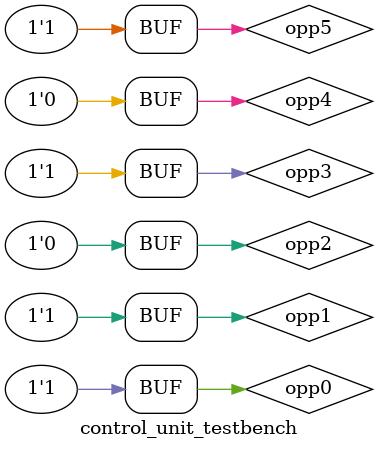
<source format=v>
module control_unit_testbench();

reg opp5,opp4,opp3,opp2,opp1,opp0;

wire RegWrite,Mux_extend,MemWrite;
wire [1:0]Type;

control_unit unit(opp5,opp4,opp3,opp2,opp1,opp0,RegWrite,Mux_extend,MemWrite,Type);


initial begin
opp5 = 1'b1; opp4 = 1'b0; opp3 = 1'b0; opp2 = 1'b0; opp1 = 1'b0; opp0 = 1'b0; // Load Byte Oppcode 100000

#20
opp5 = 1'b1; opp4 = 1'b0; opp3 = 1'b0; opp2 = 1'b1; opp1 = 1'b0; opp0 = 1'b0; // Load Byte Unsigned Oppcode 100100

#20
opp5 = 1'b1; opp4 = 1'b0; opp3 = 1'b0; opp2 = 1'b0; opp1 = 1'b0; opp0 = 1'b1; // Load Halfword Oppcode 100001

#20
opp5 = 1'b1; opp4 = 1'b0; opp3 = 1'b0; opp2 = 1'b1; opp1 = 1'b0; opp0 = 1'b1; // Load Halfword Unsigned Oppcode 100101

#20
opp5 = 1'b0; opp4 = 1'b0; opp3 = 1'b1; opp2 = 1'b1; opp1 = 1'b1; opp0 = 1'b1; // Load Upper Immediate Oppcode 001111

#20
opp5 = 1'b1; opp4 = 1'b0; opp3 = 1'b0; opp2 = 1'b0; opp1 = 1'b1; opp0 = 1'b1; // Load Word Oppcode 100011

#20
opp5 = 1'b1; opp4 = 1'b0; opp3 = 1'b1; opp2 = 1'b0; opp1 = 1'b0; opp0 = 1'b0; // Store Byte Oppcode 101000

#20
opp5 = 1'b1; opp4 = 1'b0; opp3 = 1'b1; opp2 = 1'b0; opp1 = 1'b0; opp0 = 1'b1; // Store Halfword Oppcode 101001

#20
opp5 = 1'b1; opp4 = 1'b0; opp3 = 1'b1; opp2 = 1'b0; opp1 = 1'b1; opp0 = 1'b1; // Store Word Oppcode 101011




end
 
 
initial
begin
$monitor("time = %2d, opp5=%1b,opp4=%1b,opp3=%1b,opp2=%1b,opp1=%1b,opp0=%1b,RegWrite=%1b,Mux_extend=%1b,MemWrite=%1b,Type=%2b ", $time, opp5,opp4,opp3,opp2,opp1,opp0,RegWrite,Mux_extend,MemWrite,Type);
end
 
endmodule
</source>
